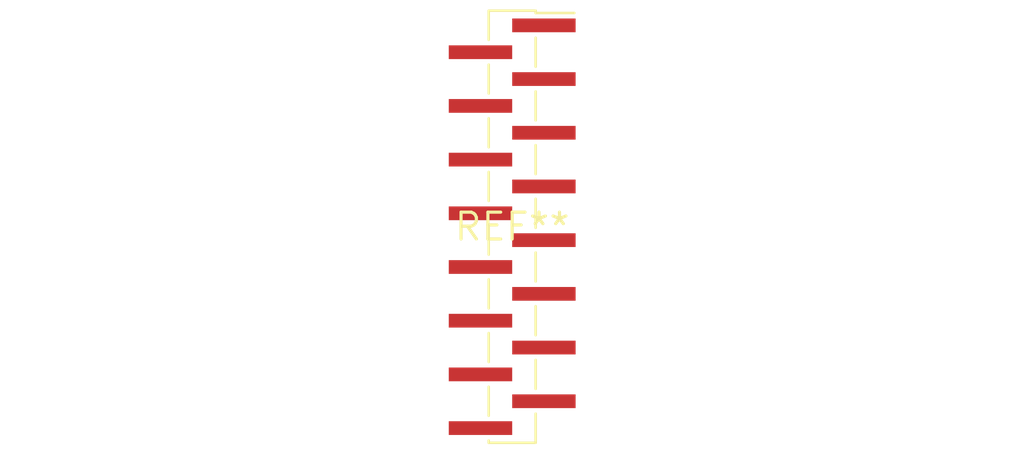
<source format=kicad_pcb>
(kicad_pcb (version 20240108) (generator pcbnew)
  (layers (0 "F.Cu" signal) (31 "B.Cu" signal) (34 "B.Paste" user) (35 "F.Paste" user) (36 "B.SilkS" user "B.Silkscreen") (37 "F.SilkS" user "F.Silkscreen") (38 "B.Mask" user) (39 "F.Mask" user) (44 "Edge.Cuts" user))
  (net 0 "")
  (footprint "PinHeader_1x16_P1.27mm_Vertical_SMD_Pin1Right" (layer "F.Cu") (at 0 0)
    (property "Reference" "REF**")
    (property "Value" "PinHeader_1x16_P1.27mm_Vertical_SMD_Pin1Right")
    (fp_line (start -1.11 -10.22) (end 1.11 -10.22) (layer "F.SilkS") (stroke (width 0.12)))
    (fp_line (start -1.11 -10.21) (end -1.11 -8.84) (layer "F.SilkS") (stroke (width 0.12)))
    (fp_line (start -1.11 -7.67) (end -1.11 -6.3) (layer "F.SilkS") (stroke (width 0.12)))
    (fp_line (start -1.11 -5.13) (end -1.11 -3.76) (layer "F.SilkS") (stroke (width 0.12)))
    (fp_line (start -1.11 -2.59) (end -1.11 -1.22) (layer "F.SilkS") (stroke (width 0.12)))
    (fp_line (start -1.11 -0.05) (end -1.11 1.32) (layer "F.SilkS") (stroke (width 0.12)))
    (fp_line (start -1.11 2.49) (end -1.11 3.86) (layer "F.SilkS") (stroke (width 0.12)))
    (fp_line (start -1.11 5.03) (end -1.11 6.4) (layer "F.SilkS") (stroke (width 0.12)))
    (fp_line (start -1.11 7.57) (end -1.11 8.94) (layer "F.SilkS") (stroke (width 0.12)))
    (fp_line (start -1.11 10.11) (end -1.11 10.22) (layer "F.SilkS") (stroke (width 0.12)))
    (fp_line (start -1.11 10.22) (end 1.11 10.22) (layer "F.SilkS") (stroke (width 0.12)))
    (fp_line (start 1.11 -10.22) (end 1.11 -10.11) (layer "F.SilkS") (stroke (width 0.12)))
    (fp_line (start 1.11 -10.11) (end 2.94 -10.11) (layer "F.SilkS") (stroke (width 0.12)))
    (fp_line (start 1.11 -8.94) (end 1.11 -7.57) (layer "F.SilkS") (stroke (width 0.12)))
    (fp_line (start 1.11 -6.4) (end 1.11 -5.03) (layer "F.SilkS") (stroke (width 0.12)))
    (fp_line (start 1.11 -3.86) (end 1.11 -2.49) (layer "F.SilkS") (stroke (width 0.12)))
    (fp_line (start 1.11 -1.32) (end 1.11 0.05) (layer "F.SilkS") (stroke (width 0.12)))
    (fp_line (start 1.11 1.22) (end 1.11 2.59) (layer "F.SilkS") (stroke (width 0.12)))
    (fp_line (start 1.11 3.76) (end 1.11 5.13) (layer "F.SilkS") (stroke (width 0.12)))
    (fp_line (start 1.11 6.3) (end 1.11 7.67) (layer "F.SilkS") (stroke (width 0.12)))
    (fp_line (start 1.11 8.84) (end 1.11 10.21) (layer "F.SilkS") (stroke (width 0.12)))
    (pad "1" smd rect (at 1.5 -9.525) (size 3 0.65) (layers "F.Cu" "F.Paste" "F.Mask"))
    (pad "2" smd rect (at -1.5 -8.255) (size 3 0.65) (layers "F.Cu" "F.Paste" "F.Mask"))
    (pad "3" smd rect (at 1.5 -6.985) (size 3 0.65) (layers "F.Cu" "F.Paste" "F.Mask"))
    (pad "4" smd rect (at -1.5 -5.715) (size 3 0.65) (layers "F.Cu" "F.Paste" "F.Mask"))
    (pad "5" smd rect (at 1.5 -4.445) (size 3 0.65) (layers "F.Cu" "F.Paste" "F.Mask"))
    (pad "6" smd rect (at -1.5 -3.175) (size 3 0.65) (layers "F.Cu" "F.Paste" "F.Mask"))
    (pad "7" smd rect (at 1.5 -1.905) (size 3 0.65) (layers "F.Cu" "F.Paste" "F.Mask"))
    (pad "8" smd rect (at -1.5 -0.635) (size 3 0.65) (layers "F.Cu" "F.Paste" "F.Mask"))
    (pad "9" smd rect (at 1.5 0.635) (size 3 0.65) (layers "F.Cu" "F.Paste" "F.Mask"))
    (pad "10" smd rect (at -1.5 1.905) (size 3 0.65) (layers "F.Cu" "F.Paste" "F.Mask"))
    (pad "11" smd rect (at 1.5 3.175) (size 3 0.65) (layers "F.Cu" "F.Paste" "F.Mask"))
    (pad "12" smd rect (at -1.5 4.445) (size 3 0.65) (layers "F.Cu" "F.Paste" "F.Mask"))
    (pad "13" smd rect (at 1.5 5.715) (size 3 0.65) (layers "F.Cu" "F.Paste" "F.Mask"))
    (pad "14" smd rect (at -1.5 6.985) (size 3 0.65) (layers "F.Cu" "F.Paste" "F.Mask"))
    (pad "15" smd rect (at 1.5 8.255) (size 3 0.65) (layers "F.Cu" "F.Paste" "F.Mask"))
    (pad "16" smd rect (at -1.5 9.525) (size 3 0.65) (layers "F.Cu" "F.Paste" "F.Mask"))
  )
)
</source>
